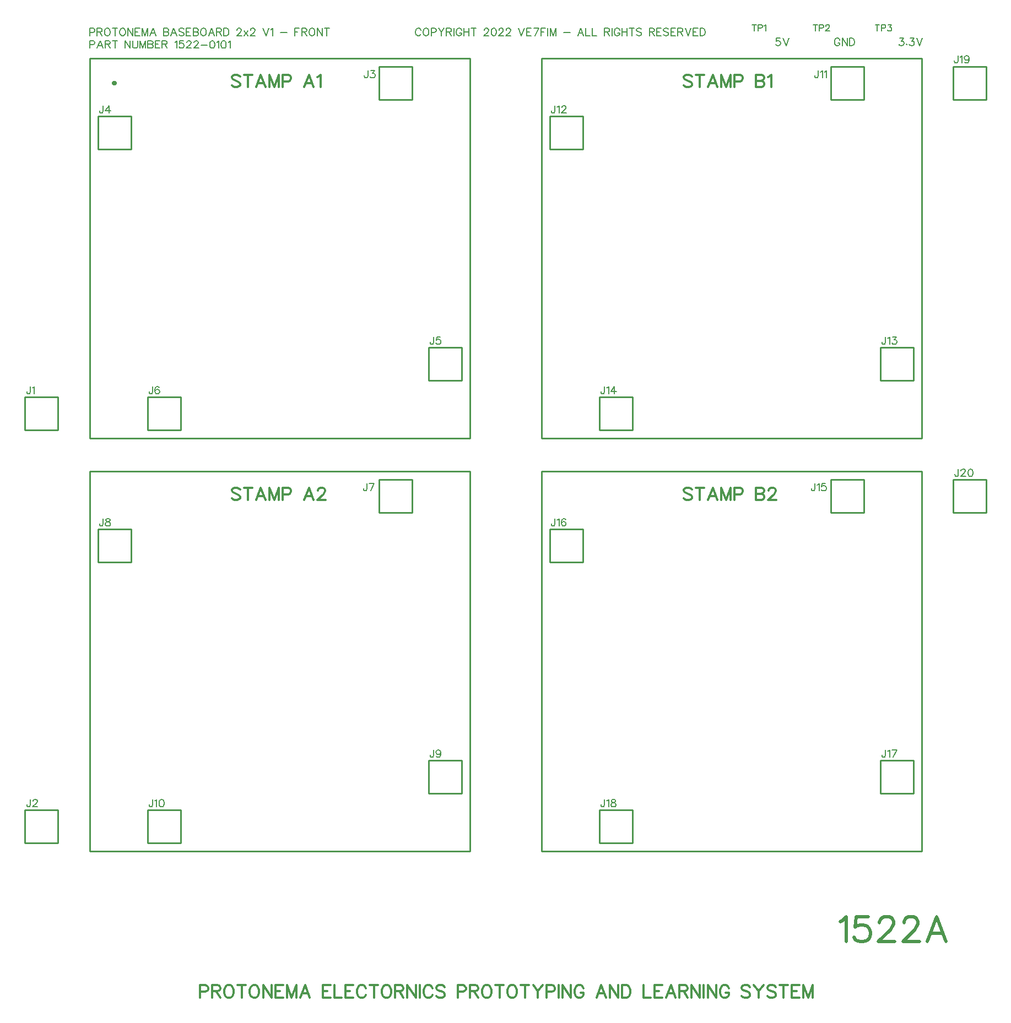
<source format=gto>
G04 Layer: TopSilkscreenLayer*
G04 EasyEDA v6.5.22, 2022-12-22 23:10:47*
G04 4902e46d55d74f8ba2e09136355efd4f,5a6b42c53f6a479593ecc07194224c93,10*
G04 Gerber Generator version 0.2*
G04 Scale: 100 percent, Rotated: No, Reflected: No *
G04 Dimensions in millimeters *
G04 leading zeros omitted , absolute positions ,4 integer and 5 decimal *
%FSLAX45Y45*%
%MOMM*%

%ADD10C,0.3000*%
%ADD11C,0.2032*%
%ADD12C,0.5000*%
%ADD13C,0.1524*%
%ADD14C,0.2030*%
%ADD15C,0.2540*%
%ADD16C,0.6350*%
%ADD17C,0.0167*%

%LPD*%
D10*
X9888727Y7977378D02*
G01*
X9870440Y7995665D01*
X9843261Y8004810D01*
X9806940Y8004810D01*
X9779508Y7995665D01*
X9761474Y7977378D01*
X9761474Y7959344D01*
X9770363Y7941055D01*
X9779508Y7931912D01*
X9797795Y7923021D01*
X9852406Y7904734D01*
X9870440Y7895589D01*
X9879584Y7886445D01*
X9888727Y7868412D01*
X9888727Y7840979D01*
X9870440Y7822945D01*
X9843261Y7813802D01*
X9806940Y7813802D01*
X9779508Y7822945D01*
X9761474Y7840979D01*
X10012425Y8004810D02*
G01*
X10012425Y7813802D01*
X9948672Y8004810D02*
G01*
X10075925Y8004810D01*
X10208768Y8004810D02*
G01*
X10135870Y7813802D01*
X10208768Y8004810D02*
G01*
X10281411Y7813802D01*
X10163302Y7877555D02*
G01*
X10254234Y7877555D01*
X10341356Y8004810D02*
G01*
X10341356Y7813802D01*
X10341356Y8004810D02*
G01*
X10414000Y7813802D01*
X10486897Y8004810D02*
G01*
X10414000Y7813802D01*
X10486897Y8004810D02*
G01*
X10486897Y7813802D01*
X10546841Y8004810D02*
G01*
X10546841Y7813802D01*
X10546841Y8004810D02*
G01*
X10628629Y8004810D01*
X10656061Y7995665D01*
X10664952Y7986521D01*
X10674095Y7968234D01*
X10674095Y7941055D01*
X10664952Y7923021D01*
X10656061Y7913878D01*
X10628629Y7904734D01*
X10546841Y7904734D01*
X10946891Y8004810D02*
G01*
X10874247Y7813802D01*
X10946891Y8004810D02*
G01*
X11019536Y7813802D01*
X10901425Y7877555D02*
G01*
X10992358Y7877555D01*
X11088624Y7959344D02*
G01*
X11088624Y7968234D01*
X11097768Y7986521D01*
X11106911Y7995665D01*
X11124945Y8004810D01*
X11161522Y8004810D01*
X11179556Y7995665D01*
X11188700Y7986521D01*
X11197843Y7968234D01*
X11197843Y7950200D01*
X11188700Y7931912D01*
X11170411Y7904734D01*
X11079479Y7813802D01*
X11206734Y7813802D01*
X16832834Y7977378D02*
G01*
X16814545Y7995665D01*
X16787368Y8004810D01*
X16751045Y8004810D01*
X16723613Y7995665D01*
X16705579Y7977378D01*
X16705579Y7959344D01*
X16714470Y7941055D01*
X16723613Y7931912D01*
X16741902Y7923021D01*
X16796511Y7904734D01*
X16814545Y7895589D01*
X16823690Y7886445D01*
X16832834Y7868412D01*
X16832834Y7840979D01*
X16814545Y7822945D01*
X16787368Y7813802D01*
X16751045Y7813802D01*
X16723613Y7822945D01*
X16705579Y7840979D01*
X16956531Y8004810D02*
G01*
X16956531Y7813802D01*
X16892777Y8004810D02*
G01*
X17020031Y8004810D01*
X17152874Y8004810D02*
G01*
X17079975Y7813802D01*
X17152874Y8004810D02*
G01*
X17225518Y7813802D01*
X17107408Y7877555D02*
G01*
X17198340Y7877555D01*
X17285461Y8004810D02*
G01*
X17285461Y7813802D01*
X17285461Y8004810D02*
G01*
X17358106Y7813802D01*
X17431004Y8004810D02*
G01*
X17358106Y7813802D01*
X17431004Y8004810D02*
G01*
X17431004Y7813802D01*
X17490948Y8004810D02*
G01*
X17490948Y7813802D01*
X17490948Y8004810D02*
G01*
X17572736Y8004810D01*
X17600168Y7995665D01*
X17609058Y7986521D01*
X17618202Y7968234D01*
X17618202Y7941055D01*
X17609058Y7923021D01*
X17600168Y7913878D01*
X17572736Y7904734D01*
X17490948Y7904734D01*
X17818354Y8004810D02*
G01*
X17818354Y7813802D01*
X17818354Y8004810D02*
G01*
X17900141Y8004810D01*
X17927320Y7995665D01*
X17936463Y7986521D01*
X17945608Y7968234D01*
X17945608Y7950200D01*
X17936463Y7931912D01*
X17927320Y7923021D01*
X17900141Y7913878D01*
X17818354Y7913878D02*
G01*
X17900141Y7913878D01*
X17927320Y7904734D01*
X17936463Y7895589D01*
X17945608Y7877555D01*
X17945608Y7850123D01*
X17936463Y7832089D01*
X17927320Y7822945D01*
X17900141Y7813802D01*
X17818354Y7813802D01*
X18014695Y7959344D02*
G01*
X18014695Y7968234D01*
X18023586Y7986521D01*
X18032729Y7995665D01*
X18051018Y8004810D01*
X18087340Y8004810D01*
X18105627Y7995665D01*
X18114518Y7986521D01*
X18123661Y7968234D01*
X18123661Y7950200D01*
X18114518Y7931912D01*
X18096484Y7904734D01*
X18005552Y7813802D01*
X18132806Y7813802D01*
X9271000Y354329D02*
G01*
X9271000Y163321D01*
X9271000Y354329D02*
G01*
X9352788Y354329D01*
X9379965Y345186D01*
X9389109Y336042D01*
X9398254Y317754D01*
X9398254Y290576D01*
X9389109Y272287D01*
X9379965Y263397D01*
X9352788Y254254D01*
X9271000Y254254D01*
X9458197Y354329D02*
G01*
X9458197Y163321D01*
X9458197Y354329D02*
G01*
X9539986Y354329D01*
X9567418Y345186D01*
X9576561Y336042D01*
X9585452Y317754D01*
X9585452Y299720D01*
X9576561Y281431D01*
X9567418Y272287D01*
X9539986Y263397D01*
X9458197Y263397D01*
X9521952Y263397D02*
G01*
X9585452Y163321D01*
X9700006Y354329D02*
G01*
X9681972Y345186D01*
X9663684Y326897D01*
X9654540Y308863D01*
X9645650Y281431D01*
X9645650Y235965D01*
X9654540Y208787D01*
X9663684Y190500D01*
X9681972Y172465D01*
X9700006Y163321D01*
X9736327Y163321D01*
X9754615Y172465D01*
X9772904Y190500D01*
X9781793Y208787D01*
X9790938Y235965D01*
X9790938Y281431D01*
X9781793Y308863D01*
X9772904Y326897D01*
X9754615Y345186D01*
X9736327Y354329D01*
X9700006Y354329D01*
X9914636Y354329D02*
G01*
X9914636Y163321D01*
X9850881Y354329D02*
G01*
X9978390Y354329D01*
X10092690Y354329D02*
G01*
X10074656Y345186D01*
X10056368Y326897D01*
X10047477Y308863D01*
X10038334Y281431D01*
X10038334Y235965D01*
X10047477Y208787D01*
X10056368Y190500D01*
X10074656Y172465D01*
X10092690Y163321D01*
X10129265Y163321D01*
X10147300Y172465D01*
X10165588Y190500D01*
X10174731Y208787D01*
X10183622Y235965D01*
X10183622Y281431D01*
X10174731Y308863D01*
X10165588Y326897D01*
X10147300Y345186D01*
X10129265Y354329D01*
X10092690Y354329D01*
X10243820Y354329D02*
G01*
X10243820Y163321D01*
X10243820Y354329D02*
G01*
X10371074Y163321D01*
X10371074Y354329D02*
G01*
X10371074Y163321D01*
X10431018Y354329D02*
G01*
X10431018Y163321D01*
X10431018Y354329D02*
G01*
X10549127Y354329D01*
X10431018Y263397D02*
G01*
X10503661Y263397D01*
X10431018Y163321D02*
G01*
X10549127Y163321D01*
X10609072Y354329D02*
G01*
X10609072Y163321D01*
X10609072Y354329D02*
G01*
X10681970Y163321D01*
X10754613Y354329D02*
G01*
X10681970Y163321D01*
X10754613Y354329D02*
G01*
X10754613Y163321D01*
X10887456Y354329D02*
G01*
X10814558Y163321D01*
X10887456Y354329D02*
G01*
X10960100Y163321D01*
X10841990Y226821D02*
G01*
X10932922Y226821D01*
X11159997Y354329D02*
G01*
X11159997Y163321D01*
X11159997Y354329D02*
G01*
X11278361Y354329D01*
X11159997Y263397D02*
G01*
X11232895Y263397D01*
X11159997Y163321D02*
G01*
X11278361Y163321D01*
X11338306Y354329D02*
G01*
X11338306Y163321D01*
X11338306Y163321D02*
G01*
X11447272Y163321D01*
X11507470Y354329D02*
G01*
X11507470Y163321D01*
X11507470Y354329D02*
G01*
X11625579Y354329D01*
X11507470Y263397D02*
G01*
X11580113Y263397D01*
X11507470Y163321D02*
G01*
X11625579Y163321D01*
X11821922Y308863D02*
G01*
X11812777Y326897D01*
X11794743Y345186D01*
X11776456Y354329D01*
X11740134Y354329D01*
X11721845Y345186D01*
X11703811Y326897D01*
X11694668Y308863D01*
X11685524Y281431D01*
X11685524Y235965D01*
X11694668Y208787D01*
X11703811Y190500D01*
X11721845Y172465D01*
X11740134Y163321D01*
X11776456Y163321D01*
X11794743Y172465D01*
X11812777Y190500D01*
X11821922Y208787D01*
X11945620Y354329D02*
G01*
X11945620Y163321D01*
X11881865Y354329D02*
G01*
X12009120Y354329D01*
X12123674Y354329D02*
G01*
X12105640Y345186D01*
X12087352Y326897D01*
X12078208Y308863D01*
X12069063Y281431D01*
X12069063Y235965D01*
X12078208Y208787D01*
X12087352Y190500D01*
X12105640Y172465D01*
X12123674Y163321D01*
X12159995Y163321D01*
X12178284Y172465D01*
X12196572Y190500D01*
X12205461Y208787D01*
X12214606Y235965D01*
X12214606Y281431D01*
X12205461Y308863D01*
X12196572Y326897D01*
X12178284Y345186D01*
X12159995Y354329D01*
X12123674Y354329D01*
X12274550Y354329D02*
G01*
X12274550Y163321D01*
X12274550Y354329D02*
G01*
X12356338Y354329D01*
X12383770Y345186D01*
X12392913Y336042D01*
X12401804Y317754D01*
X12401804Y299720D01*
X12392913Y281431D01*
X12383770Y272287D01*
X12356338Y263397D01*
X12274550Y263397D01*
X12338304Y263397D02*
G01*
X12401804Y163321D01*
X12462002Y354329D02*
G01*
X12462002Y163321D01*
X12462002Y354329D02*
G01*
X12589256Y163321D01*
X12589256Y354329D02*
G01*
X12589256Y163321D01*
X12649200Y354329D02*
G01*
X12649200Y163321D01*
X12845541Y308863D02*
G01*
X12836397Y326897D01*
X12818363Y345186D01*
X12800075Y354329D01*
X12763754Y354329D01*
X12745465Y345186D01*
X12727431Y326897D01*
X12718288Y308863D01*
X12709143Y281431D01*
X12709143Y235965D01*
X12718288Y208787D01*
X12727431Y190500D01*
X12745465Y172465D01*
X12763754Y163321D01*
X12800075Y163321D01*
X12818363Y172465D01*
X12836397Y190500D01*
X12845541Y208787D01*
X13032740Y326897D02*
G01*
X13014706Y345186D01*
X12987274Y354329D01*
X12950952Y354329D01*
X12923774Y345186D01*
X12905486Y326897D01*
X12905486Y308863D01*
X12914629Y290576D01*
X12923774Y281431D01*
X12941808Y272287D01*
X12996418Y254254D01*
X13014706Y245110D01*
X13023595Y235965D01*
X13032740Y217931D01*
X13032740Y190500D01*
X13014706Y172465D01*
X12987274Y163321D01*
X12950952Y163321D01*
X12923774Y172465D01*
X12905486Y190500D01*
X13232891Y354329D02*
G01*
X13232891Y163321D01*
X13232891Y354329D02*
G01*
X13314679Y354329D01*
X13341858Y345186D01*
X13351002Y336042D01*
X13360145Y317754D01*
X13360145Y290576D01*
X13351002Y272287D01*
X13341858Y263397D01*
X13314679Y254254D01*
X13232891Y254254D01*
X13420090Y354329D02*
G01*
X13420090Y163321D01*
X13420090Y354329D02*
G01*
X13501877Y354329D01*
X13529056Y345186D01*
X13538200Y336042D01*
X13547343Y317754D01*
X13547343Y299720D01*
X13538200Y281431D01*
X13529056Y272287D01*
X13501877Y263397D01*
X13420090Y263397D01*
X13483843Y263397D02*
G01*
X13547343Y163321D01*
X13661897Y354329D02*
G01*
X13643609Y345186D01*
X13625575Y326897D01*
X13616431Y308863D01*
X13607288Y281431D01*
X13607288Y235965D01*
X13616431Y208787D01*
X13625575Y190500D01*
X13643609Y172465D01*
X13661897Y163321D01*
X13698220Y163321D01*
X13716508Y172465D01*
X13734541Y190500D01*
X13743686Y208787D01*
X13752829Y235965D01*
X13752829Y281431D01*
X13743686Y308863D01*
X13734541Y326897D01*
X13716508Y345186D01*
X13698220Y354329D01*
X13661897Y354329D01*
X13876527Y354329D02*
G01*
X13876527Y163321D01*
X13812774Y354329D02*
G01*
X13940027Y354329D01*
X14054581Y354329D02*
G01*
X14036547Y345186D01*
X14018259Y326897D01*
X14009116Y308863D01*
X13999972Y281431D01*
X13999972Y235965D01*
X14009116Y208787D01*
X14018259Y190500D01*
X14036547Y172465D01*
X14054581Y163321D01*
X14090904Y163321D01*
X14109191Y172465D01*
X14127479Y190500D01*
X14136370Y208787D01*
X14145513Y235965D01*
X14145513Y281431D01*
X14136370Y308863D01*
X14127479Y326897D01*
X14109191Y345186D01*
X14090904Y354329D01*
X14054581Y354329D01*
X14269211Y354329D02*
G01*
X14269211Y163321D01*
X14205458Y354329D02*
G01*
X14332711Y354329D01*
X14392909Y354329D02*
G01*
X14465554Y263397D01*
X14465554Y163321D01*
X14538197Y354329D02*
G01*
X14465554Y263397D01*
X14598141Y354329D02*
G01*
X14598141Y163321D01*
X14598141Y354329D02*
G01*
X14680184Y354329D01*
X14707361Y345186D01*
X14716506Y336042D01*
X14725650Y317754D01*
X14725650Y290576D01*
X14716506Y272287D01*
X14707361Y263397D01*
X14680184Y254254D01*
X14598141Y254254D01*
X14785593Y354329D02*
G01*
X14785593Y163321D01*
X14845538Y354329D02*
G01*
X14845538Y163321D01*
X14845538Y354329D02*
G01*
X14972791Y163321D01*
X14972791Y354329D02*
G01*
X14972791Y163321D01*
X15169134Y308863D02*
G01*
X15159990Y326897D01*
X15141956Y345186D01*
X15123668Y354329D01*
X15087345Y354329D01*
X15069058Y345186D01*
X15051024Y326897D01*
X15041879Y308863D01*
X15032736Y281431D01*
X15032736Y235965D01*
X15041879Y208787D01*
X15051024Y190500D01*
X15069058Y172465D01*
X15087345Y163321D01*
X15123668Y163321D01*
X15141956Y172465D01*
X15159990Y190500D01*
X15169134Y208787D01*
X15169134Y235965D01*
X15123668Y235965D02*
G01*
X15169134Y235965D01*
X15441929Y354329D02*
G01*
X15369286Y163321D01*
X15441929Y354329D02*
G01*
X15514574Y163321D01*
X15396463Y226821D02*
G01*
X15487395Y226821D01*
X15574518Y354329D02*
G01*
X15574518Y163321D01*
X15574518Y354329D02*
G01*
X15701772Y163321D01*
X15701772Y354329D02*
G01*
X15701772Y163321D01*
X15761970Y354329D02*
G01*
X15761970Y163321D01*
X15761970Y354329D02*
G01*
X15825470Y354329D01*
X15852902Y345186D01*
X15870936Y326897D01*
X15880079Y308863D01*
X15889224Y281431D01*
X15889224Y235965D01*
X15880079Y208787D01*
X15870936Y190500D01*
X15852902Y172465D01*
X15825470Y163321D01*
X15761970Y163321D01*
X16089122Y354329D02*
G01*
X16089122Y163321D01*
X16089122Y163321D02*
G01*
X16198341Y163321D01*
X16258286Y354329D02*
G01*
X16258286Y163321D01*
X16258286Y354329D02*
G01*
X16376395Y354329D01*
X16258286Y263397D02*
G01*
X16330929Y263397D01*
X16258286Y163321D02*
G01*
X16376395Y163321D01*
X16509238Y354329D02*
G01*
X16436340Y163321D01*
X16509238Y354329D02*
G01*
X16581881Y163321D01*
X16463772Y226821D02*
G01*
X16554704Y226821D01*
X16641825Y354329D02*
G01*
X16641825Y163321D01*
X16641825Y354329D02*
G01*
X16723613Y354329D01*
X16751045Y345186D01*
X16760190Y336042D01*
X16769079Y317754D01*
X16769079Y299720D01*
X16760190Y281431D01*
X16751045Y272287D01*
X16723613Y263397D01*
X16641825Y263397D01*
X16705579Y263397D02*
G01*
X16769079Y163321D01*
X16829277Y354329D02*
G01*
X16829277Y163321D01*
X16829277Y354329D02*
G01*
X16956531Y163321D01*
X16956531Y354329D02*
G01*
X16956531Y163321D01*
X17016475Y354329D02*
G01*
X17016475Y163321D01*
X17076420Y354329D02*
G01*
X17076420Y163321D01*
X17076420Y354329D02*
G01*
X17203674Y163321D01*
X17203674Y354329D02*
G01*
X17203674Y163321D01*
X17400016Y308863D02*
G01*
X17390872Y326897D01*
X17372838Y345186D01*
X17354550Y354329D01*
X17318227Y354329D01*
X17300193Y345186D01*
X17281906Y326897D01*
X17272761Y308863D01*
X17263618Y281431D01*
X17263618Y235965D01*
X17272761Y208787D01*
X17281906Y190500D01*
X17300193Y172465D01*
X17318227Y163321D01*
X17354550Y163321D01*
X17372838Y172465D01*
X17390872Y190500D01*
X17400016Y208787D01*
X17400016Y235965D01*
X17354550Y235965D02*
G01*
X17400016Y235965D01*
X17727422Y326897D02*
G01*
X17709134Y345186D01*
X17681956Y354329D01*
X17645634Y354329D01*
X17618202Y345186D01*
X17600168Y326897D01*
X17600168Y308863D01*
X17609058Y290576D01*
X17618202Y281431D01*
X17636490Y272287D01*
X17691100Y254254D01*
X17709134Y245110D01*
X17718277Y235965D01*
X17727422Y217931D01*
X17727422Y190500D01*
X17709134Y172465D01*
X17681956Y163321D01*
X17645634Y163321D01*
X17618202Y172465D01*
X17600168Y190500D01*
X17787366Y354329D02*
G01*
X17860009Y263397D01*
X17860009Y163321D01*
X17932908Y354329D02*
G01*
X17860009Y263397D01*
X18120106Y326897D02*
G01*
X18101818Y345186D01*
X18074640Y354329D01*
X18038318Y354329D01*
X18010886Y345186D01*
X17992852Y326897D01*
X17992852Y308863D01*
X18001995Y290576D01*
X18010886Y281431D01*
X18029174Y272287D01*
X18083784Y254254D01*
X18101818Y245110D01*
X18110961Y235965D01*
X18120106Y217931D01*
X18120106Y190500D01*
X18101818Y172465D01*
X18074640Y163321D01*
X18038318Y163321D01*
X18010886Y172465D01*
X17992852Y190500D01*
X18243804Y354329D02*
G01*
X18243804Y163321D01*
X18180050Y354329D02*
G01*
X18307304Y354329D01*
X18367248Y354329D02*
G01*
X18367248Y163321D01*
X18367248Y354329D02*
G01*
X18485611Y354329D01*
X18367248Y263397D02*
G01*
X18440145Y263397D01*
X18367248Y163321D02*
G01*
X18485611Y163321D01*
X18545556Y354329D02*
G01*
X18545556Y163321D01*
X18545556Y354329D02*
G01*
X18618200Y163321D01*
X18691098Y354329D02*
G01*
X18618200Y163321D01*
X18691098Y354329D02*
G01*
X18691098Y163321D01*
D11*
X7783829Y13880337D02*
G01*
X7783829Y13792962D01*
X7778495Y13776705D01*
X7772908Y13771118D01*
X7762240Y13765784D01*
X7751318Y13765784D01*
X7740395Y13771118D01*
X7734808Y13776705D01*
X7729474Y13792962D01*
X7729474Y13803884D01*
X7874508Y13880337D02*
G01*
X7819897Y13803884D01*
X7901686Y13803884D01*
X7874508Y13880337D02*
G01*
X7874508Y13765784D01*
X8545829Y9562337D02*
G01*
X8545829Y9474962D01*
X8540495Y9458705D01*
X8534908Y9453118D01*
X8524240Y9447784D01*
X8513318Y9447784D01*
X8502395Y9453118D01*
X8496808Y9458705D01*
X8491474Y9474962D01*
X8491474Y9485884D01*
X8647429Y9545828D02*
G01*
X8641841Y9556750D01*
X8625586Y9562337D01*
X8614663Y9562337D01*
X8598408Y9556750D01*
X8587486Y9540494D01*
X8581897Y9513315D01*
X8581897Y9485884D01*
X8587486Y9464039D01*
X8598408Y9453118D01*
X8614663Y9447784D01*
X8619997Y9447784D01*
X8636508Y9453118D01*
X8647429Y9464039D01*
X8652763Y9480550D01*
X8652763Y9485884D01*
X8647429Y9502394D01*
X8636508Y9513315D01*
X8619997Y9518650D01*
X8614663Y9518650D01*
X8598408Y9513315D01*
X8587486Y9502394D01*
X8581897Y9485884D01*
X11840209Y8071358D02*
G01*
X11840209Y7983981D01*
X11834622Y7967726D01*
X11829288Y7962137D01*
X11818365Y7956804D01*
X11807443Y7956804D01*
X11796522Y7962137D01*
X11790934Y7967726D01*
X11785600Y7983981D01*
X11785600Y7994904D01*
X11952477Y8071358D02*
G01*
X11897868Y7956804D01*
X11876024Y8071358D02*
G01*
X11952477Y8071358D01*
X7783829Y7530337D02*
G01*
X7783829Y7442962D01*
X7778495Y7426705D01*
X7772908Y7421118D01*
X7762240Y7415784D01*
X7751318Y7415784D01*
X7740395Y7421118D01*
X7734808Y7426705D01*
X7729474Y7442962D01*
X7729474Y7453884D01*
X7847329Y7530337D02*
G01*
X7830820Y7524750D01*
X7825486Y7513828D01*
X7825486Y7502905D01*
X7830820Y7492237D01*
X7841741Y7486650D01*
X7863586Y7481315D01*
X7879841Y7475728D01*
X7890763Y7464805D01*
X7896352Y7453884D01*
X7896352Y7437628D01*
X7890763Y7426705D01*
X7885429Y7421118D01*
X7868920Y7415784D01*
X7847329Y7415784D01*
X7830820Y7421118D01*
X7825486Y7426705D01*
X7819897Y7437628D01*
X7819897Y7453884D01*
X7825486Y7464805D01*
X7836408Y7475728D01*
X7852663Y7481315D01*
X7874508Y7486650D01*
X7885429Y7492237D01*
X7890763Y7502905D01*
X7890763Y7513828D01*
X7885429Y7524750D01*
X7868920Y7530337D01*
X7847329Y7530337D01*
X8545829Y3212337D02*
G01*
X8545829Y3124962D01*
X8540495Y3108705D01*
X8534908Y3103118D01*
X8524240Y3097784D01*
X8513318Y3097784D01*
X8502395Y3103118D01*
X8496808Y3108705D01*
X8491474Y3124962D01*
X8491474Y3135884D01*
X8581897Y3190494D02*
G01*
X8592820Y3195828D01*
X8609329Y3212337D01*
X8609329Y3097784D01*
X8677909Y3212337D02*
G01*
X8661654Y3206750D01*
X8650731Y3190494D01*
X8645143Y3163315D01*
X8645143Y3146805D01*
X8650731Y3119628D01*
X8661654Y3103118D01*
X8677909Y3097784D01*
X8688831Y3097784D01*
X8705341Y3103118D01*
X8716009Y3119628D01*
X8721597Y3146805D01*
X8721597Y3163315D01*
X8716009Y3190494D01*
X8705341Y3206750D01*
X8688831Y3212337D01*
X8677909Y3212337D01*
X14727936Y13880337D02*
G01*
X14727936Y13792962D01*
X14722602Y13776705D01*
X14717013Y13771118D01*
X14706345Y13765784D01*
X14695424Y13765784D01*
X14684502Y13771118D01*
X14678913Y13776705D01*
X14673579Y13792962D01*
X14673579Y13803884D01*
X14764004Y13858494D02*
G01*
X14774925Y13863828D01*
X14791436Y13880337D01*
X14791436Y13765784D01*
X14832838Y13852905D02*
G01*
X14832838Y13858494D01*
X14838172Y13869416D01*
X14843759Y13874750D01*
X14854681Y13880337D01*
X14876525Y13880337D01*
X14887447Y13874750D01*
X14892781Y13869416D01*
X14898116Y13858494D01*
X14898116Y13847571D01*
X14892781Y13836650D01*
X14881859Y13820394D01*
X14827250Y13765784D01*
X14903704Y13765784D01*
X15489936Y9562337D02*
G01*
X15489936Y9474962D01*
X15484602Y9458705D01*
X15479013Y9453118D01*
X15468345Y9447784D01*
X15457424Y9447784D01*
X15446502Y9453118D01*
X15440913Y9458705D01*
X15435579Y9474962D01*
X15435579Y9485884D01*
X15526004Y9540494D02*
G01*
X15536925Y9545828D01*
X15553436Y9562337D01*
X15553436Y9447784D01*
X15643859Y9562337D02*
G01*
X15589250Y9485884D01*
X15671038Y9485884D01*
X15643859Y9562337D02*
G01*
X15643859Y9447784D01*
X18723584Y8071358D02*
G01*
X18723584Y7983981D01*
X18717996Y7967726D01*
X18712662Y7962137D01*
X18701740Y7956804D01*
X18690818Y7956804D01*
X18679896Y7962137D01*
X18674562Y7967726D01*
X18668974Y7983981D01*
X18668974Y7994904D01*
X18759652Y8049513D02*
G01*
X18770574Y8054847D01*
X18786830Y8071358D01*
X18786830Y7956804D01*
X18888176Y8071358D02*
G01*
X18833820Y8071358D01*
X18828232Y8022081D01*
X18833820Y8027670D01*
X18850076Y8033004D01*
X18866332Y8033004D01*
X18882842Y8027670D01*
X18893764Y8016747D01*
X18899098Y8000492D01*
X18899098Y7989570D01*
X18893764Y7973060D01*
X18882842Y7962137D01*
X18866332Y7956804D01*
X18850076Y7956804D01*
X18833820Y7962137D01*
X18828232Y7967726D01*
X18822898Y7978647D01*
X14727936Y7530337D02*
G01*
X14727936Y7442962D01*
X14722602Y7426705D01*
X14717013Y7421118D01*
X14706345Y7415784D01*
X14695424Y7415784D01*
X14684502Y7421118D01*
X14678913Y7426705D01*
X14673579Y7442962D01*
X14673579Y7453884D01*
X14764004Y7508494D02*
G01*
X14774925Y7513828D01*
X14791436Y7530337D01*
X14791436Y7415784D01*
X14892781Y7513828D02*
G01*
X14887447Y7524750D01*
X14870938Y7530337D01*
X14860016Y7530337D01*
X14843759Y7524750D01*
X14832838Y7508494D01*
X14827250Y7481315D01*
X14827250Y7453884D01*
X14832838Y7432039D01*
X14843759Y7421118D01*
X14860016Y7415784D01*
X14865604Y7415784D01*
X14881859Y7421118D01*
X14892781Y7432039D01*
X14898116Y7448550D01*
X14898116Y7453884D01*
X14892781Y7470394D01*
X14881859Y7481315D01*
X14865604Y7486650D01*
X14860016Y7486650D01*
X14843759Y7481315D01*
X14832838Y7470394D01*
X14827250Y7453884D01*
X15489936Y3212337D02*
G01*
X15489936Y3124962D01*
X15484602Y3108705D01*
X15479013Y3103118D01*
X15468345Y3097784D01*
X15457424Y3097784D01*
X15446502Y3103118D01*
X15440913Y3108705D01*
X15435579Y3124962D01*
X15435579Y3135884D01*
X15526004Y3190494D02*
G01*
X15536925Y3195828D01*
X15553436Y3212337D01*
X15553436Y3097784D01*
X15616681Y3212337D02*
G01*
X15600172Y3206750D01*
X15594838Y3195828D01*
X15594838Y3184905D01*
X15600172Y3174237D01*
X15611093Y3168650D01*
X15632938Y3163315D01*
X15649447Y3157728D01*
X15660116Y3146805D01*
X15665704Y3135884D01*
X15665704Y3119628D01*
X15660116Y3108705D01*
X15654781Y3103118D01*
X15638525Y3097784D01*
X15616681Y3097784D01*
X15600172Y3103118D01*
X15594838Y3108705D01*
X15589250Y3119628D01*
X15589250Y3135884D01*
X15594838Y3146805D01*
X15605759Y3157728D01*
X15622016Y3163315D01*
X15643859Y3168650D01*
X15654781Y3174237D01*
X15660116Y3184905D01*
X15660116Y3195828D01*
X15654781Y3206750D01*
X15638525Y3212337D01*
X15616681Y3212337D01*
X6666229Y9562337D02*
G01*
X6666229Y9474962D01*
X6660895Y9458705D01*
X6655308Y9453118D01*
X6644640Y9447784D01*
X6633718Y9447784D01*
X6622795Y9453118D01*
X6617208Y9458705D01*
X6611874Y9474962D01*
X6611874Y9485884D01*
X6702297Y9540494D02*
G01*
X6713220Y9545828D01*
X6729729Y9562337D01*
X6729729Y9447784D01*
X6666229Y3212337D02*
G01*
X6666229Y3124962D01*
X6660895Y3108705D01*
X6655308Y3103118D01*
X6644640Y3097784D01*
X6633718Y3097784D01*
X6622795Y3103118D01*
X6617208Y3108705D01*
X6611874Y3124962D01*
X6611874Y3135884D01*
X6707886Y3184905D02*
G01*
X6707886Y3190494D01*
X6713220Y3201415D01*
X6718808Y3206750D01*
X6729729Y3212337D01*
X6751320Y3212337D01*
X6762241Y3206750D01*
X6767829Y3201415D01*
X6773163Y3190494D01*
X6773163Y3179571D01*
X6767829Y3168650D01*
X6756908Y3152394D01*
X6702297Y3097784D01*
X6778752Y3097784D01*
X20928329Y8292337D02*
G01*
X20928329Y8204962D01*
X20922995Y8188705D01*
X20917408Y8183118D01*
X20906740Y8177784D01*
X20895818Y8177784D01*
X20884895Y8183118D01*
X20879308Y8188705D01*
X20873974Y8204962D01*
X20873974Y8215884D01*
X20969986Y8264905D02*
G01*
X20969986Y8270494D01*
X20975320Y8281415D01*
X20980908Y8286750D01*
X20991829Y8292337D01*
X21013420Y8292337D01*
X21024341Y8286750D01*
X21029929Y8281415D01*
X21035263Y8270494D01*
X21035263Y8259571D01*
X21029929Y8248650D01*
X21019008Y8232394D01*
X20964398Y8177784D01*
X21040852Y8177784D01*
X21109431Y8292337D02*
G01*
X21093175Y8286750D01*
X21082254Y8270494D01*
X21076920Y8243315D01*
X21076920Y8226805D01*
X21082254Y8199628D01*
X21093175Y8183118D01*
X21109431Y8177784D01*
X21120354Y8177784D01*
X21136863Y8183118D01*
X21147786Y8199628D01*
X21153120Y8226805D01*
X21153120Y8243315D01*
X21147786Y8270494D01*
X21136863Y8286750D01*
X21120354Y8292337D01*
X21109431Y8292337D01*
X12863829Y3974337D02*
G01*
X12863829Y3886962D01*
X12858495Y3870705D01*
X12852908Y3865118D01*
X12842240Y3859784D01*
X12831318Y3859784D01*
X12820395Y3865118D01*
X12814808Y3870705D01*
X12809474Y3886962D01*
X12809474Y3897884D01*
X12970763Y3936237D02*
G01*
X12965429Y3919728D01*
X12954508Y3908805D01*
X12937997Y3903471D01*
X12932663Y3903471D01*
X12916408Y3908805D01*
X12905486Y3919728D01*
X12899897Y3936237D01*
X12899897Y3941571D01*
X12905486Y3957828D01*
X12916408Y3968750D01*
X12932663Y3974337D01*
X12937997Y3974337D01*
X12954508Y3968750D01*
X12965429Y3957828D01*
X12970763Y3936237D01*
X12970763Y3908805D01*
X12965429Y3881628D01*
X12954508Y3865118D01*
X12937997Y3859784D01*
X12927329Y3859784D01*
X12910820Y3865118D01*
X12905486Y3876039D01*
X19807936Y3974337D02*
G01*
X19807936Y3886962D01*
X19802602Y3870705D01*
X19797013Y3865118D01*
X19786345Y3859784D01*
X19775424Y3859784D01*
X19764502Y3865118D01*
X19758913Y3870705D01*
X19753579Y3886962D01*
X19753579Y3897884D01*
X19844004Y3952494D02*
G01*
X19854925Y3957828D01*
X19871436Y3974337D01*
X19871436Y3859784D01*
X19983704Y3974337D02*
G01*
X19929093Y3859784D01*
X19907250Y3974337D02*
G01*
X19983704Y3974337D01*
X19807936Y10324337D02*
G01*
X19807936Y10236962D01*
X19802602Y10220705D01*
X19797013Y10215118D01*
X19786345Y10209784D01*
X19775424Y10209784D01*
X19764502Y10215118D01*
X19758913Y10220705D01*
X19753579Y10236962D01*
X19753579Y10247884D01*
X19844004Y10302494D02*
G01*
X19854925Y10307828D01*
X19871436Y10324337D01*
X19871436Y10209784D01*
X19918172Y10324337D02*
G01*
X19978116Y10324337D01*
X19945604Y10280650D01*
X19961859Y10280650D01*
X19972781Y10275315D01*
X19978116Y10269728D01*
X19983704Y10253471D01*
X19983704Y10242550D01*
X19978116Y10226039D01*
X19967448Y10215118D01*
X19950938Y10209784D01*
X19934681Y10209784D01*
X19918172Y10215118D01*
X19912838Y10220705D01*
X19907250Y10231628D01*
X12863829Y10324337D02*
G01*
X12863829Y10236962D01*
X12858495Y10220705D01*
X12852908Y10215118D01*
X12842240Y10209784D01*
X12831318Y10209784D01*
X12820395Y10215118D01*
X12814808Y10220705D01*
X12809474Y10236962D01*
X12809474Y10247884D01*
X12965429Y10324337D02*
G01*
X12910820Y10324337D01*
X12905486Y10275315D01*
X12910820Y10280650D01*
X12927329Y10286237D01*
X12943586Y10286237D01*
X12959841Y10280650D01*
X12970763Y10269728D01*
X12976352Y10253471D01*
X12976352Y10242550D01*
X12970763Y10226039D01*
X12959841Y10215118D01*
X12943586Y10209784D01*
X12927329Y10209784D01*
X12910820Y10215118D01*
X12905486Y10220705D01*
X12899897Y10231628D01*
D12*
X19113500Y1334262D02*
G01*
X19149822Y1352295D01*
X19204431Y1406905D01*
X19204431Y1025144D01*
X19542506Y1406905D02*
G01*
X19360895Y1406905D01*
X19342608Y1243329D01*
X19360895Y1261363D01*
X19415252Y1279652D01*
X19469861Y1279652D01*
X19524472Y1261363D01*
X19560793Y1225042D01*
X19578827Y1170686D01*
X19578827Y1134110D01*
X19560793Y1079754D01*
X19524472Y1043178D01*
X19469861Y1025144D01*
X19415252Y1025144D01*
X19360895Y1043178D01*
X19342608Y1061465D01*
X19324320Y1097787D01*
X19717258Y1315973D02*
G01*
X19717258Y1334262D01*
X19735291Y1370584D01*
X19753579Y1388871D01*
X19789902Y1406905D01*
X19862545Y1406905D01*
X19898868Y1388871D01*
X19917156Y1370584D01*
X19935190Y1334262D01*
X19935190Y1297939D01*
X19917156Y1261363D01*
X19880834Y1207007D01*
X19698970Y1025144D01*
X19953477Y1025144D01*
X20091654Y1315973D02*
G01*
X20091654Y1334262D01*
X20109941Y1370584D01*
X20127975Y1388871D01*
X20164298Y1406905D01*
X20237195Y1406905D01*
X20273518Y1388871D01*
X20291806Y1370584D01*
X20309840Y1334262D01*
X20309840Y1297939D01*
X20291806Y1261363D01*
X20255229Y1207007D01*
X20073620Y1025144D01*
X20328127Y1025144D01*
X20593558Y1406905D02*
G01*
X20448016Y1025144D01*
X20593558Y1406905D02*
G01*
X20738845Y1025144D01*
X20502625Y1152397D02*
G01*
X20684490Y1152397D01*
D13*
X20026137Y14916657D02*
G01*
X20086081Y14916657D01*
X20053315Y14872970D01*
X20069825Y14872970D01*
X20080747Y14867381D01*
X20086081Y14862047D01*
X20091669Y14845792D01*
X20091669Y14834870D01*
X20086081Y14818360D01*
X20075159Y14807437D01*
X20058903Y14802104D01*
X20042393Y14802104D01*
X20026137Y14807437D01*
X20020549Y14813026D01*
X20015215Y14823947D01*
X20133071Y14829281D02*
G01*
X20127483Y14823947D01*
X20133071Y14818360D01*
X20138405Y14823947D01*
X20133071Y14829281D01*
X20185395Y14916657D02*
G01*
X20245339Y14916657D01*
X20212573Y14872970D01*
X20229083Y14872970D01*
X20240005Y14867381D01*
X20245339Y14862047D01*
X20250927Y14845792D01*
X20250927Y14834870D01*
X20245339Y14818360D01*
X20234417Y14807437D01*
X20218161Y14802104D01*
X20201651Y14802104D01*
X20185395Y14807437D01*
X20179807Y14813026D01*
X20174473Y14823947D01*
X20286741Y14916657D02*
G01*
X20330429Y14802104D01*
X20374117Y14916657D02*
G01*
X20330429Y14802104D01*
X19683737Y15124937D02*
G01*
X19683737Y15029434D01*
X19651733Y15124937D02*
G01*
X19715487Y15124937D01*
X19745459Y15124937D02*
G01*
X19745459Y15029434D01*
X19745459Y15124937D02*
G01*
X19786353Y15124937D01*
X19800069Y15120366D01*
X19804641Y15115794D01*
X19809213Y15106904D01*
X19809213Y15093187D01*
X19804641Y15084044D01*
X19800069Y15079471D01*
X19786353Y15074900D01*
X19745459Y15074900D01*
X19848329Y15124937D02*
G01*
X19898113Y15124937D01*
X19870935Y15088616D01*
X19884651Y15088616D01*
X19893795Y15084044D01*
X19898113Y15079471D01*
X19902685Y15066010D01*
X19902685Y15056866D01*
X19898113Y15043150D01*
X19889223Y15034005D01*
X19875507Y15029434D01*
X19861791Y15029434D01*
X19848329Y15034005D01*
X19843757Y15038578D01*
X19839185Y15047721D01*
X18731237Y15124937D02*
G01*
X18731237Y15029434D01*
X18699233Y15124937D02*
G01*
X18762987Y15124937D01*
X18792959Y15124937D02*
G01*
X18792959Y15029434D01*
X18792959Y15124937D02*
G01*
X18833853Y15124937D01*
X18847569Y15120366D01*
X18852141Y15115794D01*
X18856713Y15106904D01*
X18856713Y15093187D01*
X18852141Y15084044D01*
X18847569Y15079471D01*
X18833853Y15074900D01*
X18792959Y15074900D01*
X18891257Y15102331D02*
G01*
X18891257Y15106904D01*
X18895829Y15115794D01*
X18900147Y15120366D01*
X18909291Y15124937D01*
X18927579Y15124937D01*
X18936723Y15120366D01*
X18941295Y15115794D01*
X18945613Y15106904D01*
X18945613Y15097760D01*
X18941295Y15088616D01*
X18932151Y15074900D01*
X18886685Y15029434D01*
X18950185Y15029434D01*
X19106522Y14889226D02*
G01*
X19100934Y14900147D01*
X19090012Y14911070D01*
X19079090Y14916657D01*
X19057246Y14916657D01*
X19046324Y14911070D01*
X19035402Y14900147D01*
X19030068Y14889226D01*
X19024480Y14872970D01*
X19024480Y14845792D01*
X19030068Y14829281D01*
X19035402Y14818360D01*
X19046324Y14807437D01*
X19057246Y14802104D01*
X19079090Y14802104D01*
X19090012Y14807437D01*
X19100934Y14818360D01*
X19106522Y14829281D01*
X19106522Y14845792D01*
X19079090Y14845792D02*
G01*
X19106522Y14845792D01*
X19142336Y14916657D02*
G01*
X19142336Y14802104D01*
X19142336Y14916657D02*
G01*
X19218790Y14802104D01*
X19218790Y14916657D02*
G01*
X19218790Y14802104D01*
X19254858Y14916657D02*
G01*
X19254858Y14802104D01*
X19254858Y14916657D02*
G01*
X19292958Y14916657D01*
X19309214Y14911070D01*
X19320136Y14900147D01*
X19325724Y14889226D01*
X19331058Y14872970D01*
X19331058Y14845792D01*
X19325724Y14829281D01*
X19320136Y14818360D01*
X19309214Y14807437D01*
X19292958Y14802104D01*
X19254858Y14802104D01*
X18188431Y14916657D02*
G01*
X18133822Y14916657D01*
X18128234Y14867381D01*
X18133822Y14872970D01*
X18150077Y14878304D01*
X18166588Y14878304D01*
X18182843Y14872970D01*
X18193766Y14862047D01*
X18199354Y14845792D01*
X18199354Y14834870D01*
X18193766Y14818360D01*
X18182843Y14807437D01*
X18166588Y14802104D01*
X18150077Y14802104D01*
X18133822Y14807437D01*
X18128234Y14813026D01*
X18122900Y14823947D01*
X18235168Y14916657D02*
G01*
X18278856Y14802104D01*
X18322543Y14916657D02*
G01*
X18278856Y14802104D01*
X17791302Y15124937D02*
G01*
X17791302Y15029434D01*
X17759552Y15124937D02*
G01*
X17823306Y15124937D01*
X17853279Y15124937D02*
G01*
X17853279Y15029434D01*
X17853279Y15124937D02*
G01*
X17894173Y15124937D01*
X17907634Y15120366D01*
X17912206Y15115794D01*
X17916779Y15106904D01*
X17916779Y15093187D01*
X17912206Y15084044D01*
X17907634Y15079471D01*
X17894173Y15074900D01*
X17853279Y15074900D01*
X17946750Y15106904D02*
G01*
X17955895Y15111476D01*
X17969611Y15124937D01*
X17969611Y15029434D01*
D11*
X20920709Y14649957D02*
G01*
X20920709Y14562581D01*
X20915122Y14546326D01*
X20909788Y14540737D01*
X20898866Y14535404D01*
X20887943Y14535404D01*
X20877022Y14540737D01*
X20871434Y14546326D01*
X20866100Y14562581D01*
X20866100Y14573504D01*
X20956524Y14628113D02*
G01*
X20967445Y14633447D01*
X20983956Y14649957D01*
X20983956Y14535404D01*
X21090890Y14611604D02*
G01*
X21085302Y14595347D01*
X21074379Y14584426D01*
X21058124Y14579092D01*
X21052536Y14579092D01*
X21036279Y14584426D01*
X21025358Y14595347D01*
X21020024Y14611604D01*
X21020024Y14617192D01*
X21025358Y14633447D01*
X21036279Y14644370D01*
X21052536Y14649957D01*
X21058124Y14649957D01*
X21074379Y14644370D01*
X21085302Y14633447D01*
X21090890Y14611604D01*
X21090890Y14584426D01*
X21085302Y14557247D01*
X21074379Y14540737D01*
X21058124Y14535404D01*
X21047202Y14535404D01*
X21030945Y14540737D01*
X21025358Y14551660D01*
X18774409Y14421357D02*
G01*
X18774409Y14333981D01*
X18768822Y14317726D01*
X18763488Y14312137D01*
X18752566Y14306804D01*
X18741643Y14306804D01*
X18730722Y14312137D01*
X18725134Y14317726D01*
X18719800Y14333981D01*
X18719800Y14344904D01*
X18810224Y14399513D02*
G01*
X18821145Y14404847D01*
X18837656Y14421357D01*
X18837656Y14306804D01*
X18873724Y14399513D02*
G01*
X18884645Y14404847D01*
X18900902Y14421357D01*
X18900902Y14306804D01*
X11852909Y14421357D02*
G01*
X11852909Y14333981D01*
X11847322Y14317726D01*
X11841988Y14312137D01*
X11831065Y14306804D01*
X11820143Y14306804D01*
X11809222Y14312137D01*
X11803634Y14317726D01*
X11798300Y14333981D01*
X11798300Y14344904D01*
X11899645Y14421357D02*
G01*
X11959843Y14421357D01*
X11927077Y14377670D01*
X11943334Y14377670D01*
X11954256Y14372081D01*
X11959843Y14366747D01*
X11965177Y14350492D01*
X11965177Y14339570D01*
X11959843Y14323060D01*
X11948922Y14312137D01*
X11932411Y14306804D01*
X11916156Y14306804D01*
X11899645Y14312137D01*
X11894311Y14317726D01*
X11888724Y14328647D01*
D10*
X16832834Y14327378D02*
G01*
X16814545Y14345666D01*
X16787368Y14354810D01*
X16751045Y14354810D01*
X16723613Y14345666D01*
X16705579Y14327378D01*
X16705579Y14309344D01*
X16714470Y14291055D01*
X16723613Y14281912D01*
X16741902Y14273021D01*
X16796511Y14254734D01*
X16814545Y14245589D01*
X16823690Y14236445D01*
X16832834Y14218412D01*
X16832834Y14190979D01*
X16814545Y14172945D01*
X16787368Y14163802D01*
X16751045Y14163802D01*
X16723613Y14172945D01*
X16705579Y14190979D01*
X16956531Y14354810D02*
G01*
X16956531Y14163802D01*
X16892777Y14354810D02*
G01*
X17020031Y14354810D01*
X17152874Y14354810D02*
G01*
X17079975Y14163802D01*
X17152874Y14354810D02*
G01*
X17225518Y14163802D01*
X17107408Y14227555D02*
G01*
X17198340Y14227555D01*
X17285461Y14354810D02*
G01*
X17285461Y14163802D01*
X17285461Y14354810D02*
G01*
X17358106Y14163802D01*
X17431004Y14354810D02*
G01*
X17358106Y14163802D01*
X17431004Y14354810D02*
G01*
X17431004Y14163802D01*
X17490948Y14354810D02*
G01*
X17490948Y14163802D01*
X17490948Y14354810D02*
G01*
X17572736Y14354810D01*
X17600168Y14345666D01*
X17609058Y14336521D01*
X17618202Y14318234D01*
X17618202Y14291055D01*
X17609058Y14273021D01*
X17600168Y14263878D01*
X17572736Y14254734D01*
X17490948Y14254734D01*
X17818354Y14354810D02*
G01*
X17818354Y14163802D01*
X17818354Y14354810D02*
G01*
X17900141Y14354810D01*
X17927320Y14345666D01*
X17936463Y14336521D01*
X17945608Y14318234D01*
X17945608Y14300200D01*
X17936463Y14281912D01*
X17927320Y14273021D01*
X17900141Y14263878D01*
X17818354Y14263878D02*
G01*
X17900141Y14263878D01*
X17927320Y14254734D01*
X17936463Y14245589D01*
X17945608Y14227555D01*
X17945608Y14200124D01*
X17936463Y14182089D01*
X17927320Y14172945D01*
X17900141Y14163802D01*
X17818354Y14163802D01*
X18005552Y14318234D02*
G01*
X18023586Y14327378D01*
X18051018Y14354810D01*
X18051018Y14163802D01*
X9888727Y14327378D02*
G01*
X9870440Y14345666D01*
X9843261Y14354810D01*
X9806940Y14354810D01*
X9779508Y14345666D01*
X9761474Y14327378D01*
X9761474Y14309344D01*
X9770363Y14291055D01*
X9779508Y14281912D01*
X9797795Y14273021D01*
X9852406Y14254734D01*
X9870440Y14245589D01*
X9879584Y14236445D01*
X9888727Y14218412D01*
X9888727Y14190979D01*
X9870440Y14172945D01*
X9843261Y14163802D01*
X9806940Y14163802D01*
X9779508Y14172945D01*
X9761474Y14190979D01*
X10012425Y14354810D02*
G01*
X10012425Y14163802D01*
X9948672Y14354810D02*
G01*
X10075925Y14354810D01*
X10208768Y14354810D02*
G01*
X10135870Y14163802D01*
X10208768Y14354810D02*
G01*
X10281411Y14163802D01*
X10163302Y14227555D02*
G01*
X10254234Y14227555D01*
X10341356Y14354810D02*
G01*
X10341356Y14163802D01*
X10341356Y14354810D02*
G01*
X10414000Y14163802D01*
X10486897Y14354810D02*
G01*
X10414000Y14163802D01*
X10486897Y14354810D02*
G01*
X10486897Y14163802D01*
X10546841Y14354810D02*
G01*
X10546841Y14163802D01*
X10546841Y14354810D02*
G01*
X10628629Y14354810D01*
X10656061Y14345666D01*
X10664952Y14336521D01*
X10674095Y14318234D01*
X10674095Y14291055D01*
X10664952Y14273021D01*
X10656061Y14263878D01*
X10628629Y14254734D01*
X10546841Y14254734D01*
X10946891Y14354810D02*
G01*
X10874247Y14163802D01*
X10946891Y14354810D02*
G01*
X11019536Y14163802D01*
X10901425Y14227555D02*
G01*
X10992358Y14227555D01*
X11079479Y14318234D02*
G01*
X11097768Y14327378D01*
X11124945Y14354810D01*
X11124945Y14163802D01*
D14*
X12667518Y15041717D02*
G01*
X12662062Y15052626D01*
X12651153Y15063536D01*
X12640246Y15068989D01*
X12618427Y15068989D01*
X12607518Y15063536D01*
X12596609Y15052626D01*
X12591153Y15041717D01*
X12585700Y15025354D01*
X12585700Y14998082D01*
X12591153Y14981717D01*
X12596609Y14970808D01*
X12607518Y14959898D01*
X12618427Y14954445D01*
X12640246Y14954445D01*
X12651153Y14959898D01*
X12662062Y14970808D01*
X12667518Y14981717D01*
X12736245Y15068989D02*
G01*
X12725336Y15063536D01*
X12714427Y15052626D01*
X12708971Y15041717D01*
X12703517Y15025354D01*
X12703517Y14998082D01*
X12708971Y14981717D01*
X12714427Y14970808D01*
X12725336Y14959898D01*
X12736245Y14954445D01*
X12758064Y14954445D01*
X12768971Y14959898D01*
X12779880Y14970808D01*
X12785336Y14981717D01*
X12790789Y14998082D01*
X12790789Y15025354D01*
X12785336Y15041717D01*
X12779880Y15052626D01*
X12768971Y15063536D01*
X12758064Y15068989D01*
X12736245Y15068989D01*
X12826789Y15068989D02*
G01*
X12826789Y14954445D01*
X12826789Y15068989D02*
G01*
X12875882Y15068989D01*
X12892244Y15063536D01*
X12897698Y15058082D01*
X12903154Y15047173D01*
X12903154Y15030808D01*
X12897698Y15019898D01*
X12892244Y15014445D01*
X12875882Y15008989D01*
X12826789Y15008989D01*
X12939153Y15068989D02*
G01*
X12982790Y15014445D01*
X12982790Y14954445D01*
X13026425Y15068989D02*
G01*
X12982790Y15014445D01*
X13062427Y15068989D02*
G01*
X13062427Y14954445D01*
X13062427Y15068989D02*
G01*
X13111518Y15068989D01*
X13127880Y15063536D01*
X13133334Y15058082D01*
X13138790Y15047173D01*
X13138790Y15036264D01*
X13133334Y15025354D01*
X13127880Y15019898D01*
X13111518Y15014445D01*
X13062427Y15014445D01*
X13100608Y15014445D02*
G01*
X13138790Y14954445D01*
X13174789Y15068989D02*
G01*
X13174789Y14954445D01*
X13292607Y15041717D02*
G01*
X13287154Y15052626D01*
X13276244Y15063536D01*
X13265335Y15068989D01*
X13243516Y15068989D01*
X13232607Y15063536D01*
X13221698Y15052626D01*
X13216244Y15041717D01*
X13210788Y15025354D01*
X13210788Y14998082D01*
X13216244Y14981717D01*
X13221698Y14970808D01*
X13232607Y14959898D01*
X13243516Y14954445D01*
X13265335Y14954445D01*
X13276244Y14959898D01*
X13287154Y14970808D01*
X13292607Y14981717D01*
X13292607Y14998082D01*
X13265335Y14998082D02*
G01*
X13292607Y14998082D01*
X13328606Y15068989D02*
G01*
X13328606Y14954445D01*
X13404971Y15068989D02*
G01*
X13404971Y14954445D01*
X13328606Y15014445D02*
G01*
X13404971Y15014445D01*
X13479152Y15068989D02*
G01*
X13479152Y14954445D01*
X13440971Y15068989D02*
G01*
X13517333Y15068989D01*
X13642789Y15041717D02*
G01*
X13642789Y15047173D01*
X13648242Y15058082D01*
X13653698Y15063536D01*
X13664608Y15068989D01*
X13686424Y15068989D01*
X13697333Y15063536D01*
X13702789Y15058082D01*
X13708242Y15047173D01*
X13708242Y15036264D01*
X13702789Y15025354D01*
X13691880Y15008989D01*
X13637333Y14954445D01*
X13713698Y14954445D01*
X13782426Y15068989D02*
G01*
X13766060Y15063536D01*
X13755151Y15047173D01*
X13749698Y15019898D01*
X13749698Y15003536D01*
X13755151Y14976264D01*
X13766060Y14959898D01*
X13782426Y14954445D01*
X13793332Y14954445D01*
X13809698Y14959898D01*
X13820607Y14976264D01*
X13826060Y15003536D01*
X13826060Y15019898D01*
X13820607Y15047173D01*
X13809698Y15063536D01*
X13793332Y15068989D01*
X13782426Y15068989D01*
X13867516Y15041717D02*
G01*
X13867516Y15047173D01*
X13872969Y15058082D01*
X13878425Y15063536D01*
X13889334Y15068989D01*
X13911150Y15068989D01*
X13922060Y15063536D01*
X13927515Y15058082D01*
X13932969Y15047173D01*
X13932969Y15036264D01*
X13927515Y15025354D01*
X13916606Y15008989D01*
X13862060Y14954445D01*
X13938425Y14954445D01*
X13979878Y15041717D02*
G01*
X13979878Y15047173D01*
X13985333Y15058082D01*
X13990787Y15063536D01*
X14001696Y15068989D01*
X14023515Y15068989D01*
X14034424Y15063536D01*
X14039877Y15058082D01*
X14045333Y15047173D01*
X14045333Y15036264D01*
X14039877Y15025354D01*
X14028968Y15008989D01*
X13974424Y14954445D01*
X14050787Y14954445D01*
X14170786Y15068989D02*
G01*
X14214424Y14954445D01*
X14258061Y15068989D02*
G01*
X14214424Y14954445D01*
X14294060Y15068989D02*
G01*
X14294060Y14954445D01*
X14294060Y15068989D02*
G01*
X14364970Y15068989D01*
X14294060Y15014445D02*
G01*
X14337695Y15014445D01*
X14294060Y14954445D02*
G01*
X14364970Y14954445D01*
X14477331Y15068989D02*
G01*
X14422788Y14954445D01*
X14400969Y15068989D02*
G01*
X14477331Y15068989D01*
X14513331Y15068989D02*
G01*
X14513331Y14954445D01*
X14513331Y15068989D02*
G01*
X14584240Y15068989D01*
X14513331Y15014445D02*
G01*
X14556968Y15014445D01*
X14620242Y15068989D02*
G01*
X14620242Y14954445D01*
X14656241Y15068989D02*
G01*
X14656241Y14954445D01*
X14656241Y15068989D02*
G01*
X14699876Y14954445D01*
X14743513Y15068989D02*
G01*
X14699876Y14954445D01*
X14743513Y15068989D02*
G01*
X14743513Y14954445D01*
X14863513Y15003536D02*
G01*
X14961694Y15003536D01*
X15125331Y15068989D02*
G01*
X15081694Y14954445D01*
X15125331Y15068989D02*
G01*
X15168966Y14954445D01*
X15098059Y14992626D02*
G01*
X15152603Y14992626D01*
X15204968Y15068989D02*
G01*
X15204968Y14954445D01*
X15204968Y14954445D02*
G01*
X15270421Y14954445D01*
X15306420Y15068989D02*
G01*
X15306420Y14954445D01*
X15306420Y14954445D02*
G01*
X15371876Y14954445D01*
X15491876Y15068989D02*
G01*
X15491876Y14954445D01*
X15491876Y15068989D02*
G01*
X15540967Y15068989D01*
X15557329Y15063536D01*
X15562785Y15058082D01*
X15568239Y15047173D01*
X15568239Y15036264D01*
X15562785Y15025354D01*
X15557329Y15019898D01*
X15540967Y15014445D01*
X15491876Y15014445D01*
X15530057Y15014445D02*
G01*
X15568239Y14954445D01*
X15604238Y15068989D02*
G01*
X15604238Y14954445D01*
X15722056Y15041717D02*
G01*
X15716603Y15052626D01*
X15705693Y15063536D01*
X15694784Y15068989D01*
X15672965Y15068989D01*
X15662056Y15063536D01*
X15651147Y15052626D01*
X15645693Y15041717D01*
X15640240Y15025354D01*
X15640240Y14998082D01*
X15645693Y14981717D01*
X15651147Y14970808D01*
X15662056Y14959898D01*
X15672965Y14954445D01*
X15694784Y14954445D01*
X15705693Y14959898D01*
X15716603Y14970808D01*
X15722056Y14981717D01*
X15722056Y14998082D01*
X15694784Y14998082D02*
G01*
X15722056Y14998082D01*
X15758058Y15068989D02*
G01*
X15758058Y14954445D01*
X15834420Y15068989D02*
G01*
X15834420Y14954445D01*
X15758058Y15014445D02*
G01*
X15834420Y15014445D01*
X15908601Y15068989D02*
G01*
X15908601Y14954445D01*
X15870420Y15068989D02*
G01*
X15946782Y15068989D01*
X16059147Y15052626D02*
G01*
X16048238Y15063536D01*
X16031875Y15068989D01*
X16010056Y15068989D01*
X15993694Y15063536D01*
X15982784Y15052626D01*
X15982784Y15041717D01*
X15988238Y15030808D01*
X15993694Y15025354D01*
X16004603Y15019898D01*
X16037328Y15008989D01*
X16048238Y15003536D01*
X16053694Y14998082D01*
X16059147Y14987173D01*
X16059147Y14970808D01*
X16048238Y14959898D01*
X16031875Y14954445D01*
X16010056Y14954445D01*
X15993694Y14959898D01*
X15982784Y14970808D01*
X16179147Y15068989D02*
G01*
X16179147Y14954445D01*
X16179147Y15068989D02*
G01*
X16228237Y15068989D01*
X16244603Y15063536D01*
X16250056Y15058082D01*
X16255509Y15047173D01*
X16255509Y15036264D01*
X16250056Y15025354D01*
X16244603Y15019898D01*
X16228237Y15014445D01*
X16179147Y15014445D01*
X16217328Y15014445D02*
G01*
X16255509Y14954445D01*
X16291511Y15068989D02*
G01*
X16291511Y14954445D01*
X16291511Y15068989D02*
G01*
X16362420Y15068989D01*
X16291511Y15014445D02*
G01*
X16335146Y15014445D01*
X16291511Y14954445D02*
G01*
X16362420Y14954445D01*
X16474782Y15052626D02*
G01*
X16463873Y15063536D01*
X16447510Y15068989D01*
X16425692Y15068989D01*
X16409329Y15063536D01*
X16398420Y15052626D01*
X16398420Y15041717D01*
X16403873Y15030808D01*
X16409329Y15025354D01*
X16420238Y15019898D01*
X16452964Y15008989D01*
X16463873Y15003536D01*
X16469329Y14998082D01*
X16474782Y14987173D01*
X16474782Y14970808D01*
X16463873Y14959898D01*
X16447510Y14954445D01*
X16425692Y14954445D01*
X16409329Y14959898D01*
X16398420Y14970808D01*
X16510782Y15068989D02*
G01*
X16510782Y14954445D01*
X16510782Y15068989D02*
G01*
X16581691Y15068989D01*
X16510782Y15014445D02*
G01*
X16554419Y15014445D01*
X16510782Y14954445D02*
G01*
X16581691Y14954445D01*
X16617690Y15068989D02*
G01*
X16617690Y14954445D01*
X16617690Y15068989D02*
G01*
X16666781Y15068989D01*
X16683146Y15063536D01*
X16688600Y15058082D01*
X16694056Y15047173D01*
X16694056Y15036264D01*
X16688600Y15025354D01*
X16683146Y15019898D01*
X16666781Y15014445D01*
X16617690Y15014445D01*
X16655874Y15014445D02*
G01*
X16694056Y14954445D01*
X16730055Y15068989D02*
G01*
X16773692Y14954445D01*
X16817327Y15068989D02*
G01*
X16773692Y14954445D01*
X16853326Y15068989D02*
G01*
X16853326Y14954445D01*
X16853326Y15068989D02*
G01*
X16924235Y15068989D01*
X16853326Y15014445D02*
G01*
X16896963Y15014445D01*
X16853326Y14954445D02*
G01*
X16924235Y14954445D01*
X16960237Y15068989D02*
G01*
X16960237Y14954445D01*
X16960237Y15068989D02*
G01*
X16998419Y15068989D01*
X17014781Y15063536D01*
X17025691Y15052626D01*
X17031144Y15041717D01*
X17036600Y15025354D01*
X17036600Y14998082D01*
X17031144Y14981717D01*
X17025691Y14970808D01*
X17014781Y14959898D01*
X16998419Y14954445D01*
X16960237Y14954445D01*
D11*
X7581900Y14878557D02*
G01*
X7581900Y14764004D01*
X7581900Y14878557D02*
G01*
X7630922Y14878557D01*
X7647431Y14872970D01*
X7652765Y14867636D01*
X7658354Y14856713D01*
X7658354Y14840204D01*
X7652765Y14829281D01*
X7647431Y14823947D01*
X7630922Y14818613D01*
X7581900Y14818613D01*
X7737856Y14878557D02*
G01*
X7694168Y14764004D01*
X7737856Y14878557D02*
G01*
X7781543Y14764004D01*
X7710677Y14802104D02*
G01*
X7765288Y14802104D01*
X7817611Y14878557D02*
G01*
X7817611Y14764004D01*
X7817611Y14878557D02*
G01*
X7866634Y14878557D01*
X7882890Y14872970D01*
X7888477Y14867636D01*
X7893811Y14856713D01*
X7893811Y14845792D01*
X7888477Y14834870D01*
X7882890Y14829281D01*
X7866634Y14823947D01*
X7817611Y14823947D01*
X7855711Y14823947D02*
G01*
X7893811Y14764004D01*
X7967979Y14878557D02*
G01*
X7967979Y14764004D01*
X7929879Y14878557D02*
G01*
X8006334Y14878557D01*
X8126222Y14878557D02*
G01*
X8126222Y14764004D01*
X8126222Y14878557D02*
G01*
X8202675Y14764004D01*
X8202675Y14878557D02*
G01*
X8202675Y14764004D01*
X8238743Y14878557D02*
G01*
X8238743Y14796770D01*
X8244077Y14780260D01*
X8255000Y14769337D01*
X8271256Y14764004D01*
X8282177Y14764004D01*
X8298688Y14769337D01*
X8309609Y14780260D01*
X8314943Y14796770D01*
X8314943Y14878557D01*
X8351011Y14878557D02*
G01*
X8351011Y14764004D01*
X8351011Y14878557D02*
G01*
X8394700Y14764004D01*
X8438388Y14878557D02*
G01*
X8394700Y14764004D01*
X8438388Y14878557D02*
G01*
X8438388Y14764004D01*
X8474202Y14878557D02*
G01*
X8474202Y14764004D01*
X8474202Y14878557D02*
G01*
X8523477Y14878557D01*
X8539734Y14872970D01*
X8545068Y14867636D01*
X8550656Y14856713D01*
X8550656Y14845792D01*
X8545068Y14834870D01*
X8539734Y14829281D01*
X8523477Y14823947D01*
X8474202Y14823947D02*
G01*
X8523477Y14823947D01*
X8539734Y14818613D01*
X8545068Y14813026D01*
X8550656Y14802104D01*
X8550656Y14785847D01*
X8545068Y14774926D01*
X8539734Y14769337D01*
X8523477Y14764004D01*
X8474202Y14764004D01*
X8586724Y14878557D02*
G01*
X8586724Y14764004D01*
X8586724Y14878557D02*
G01*
X8657590Y14878557D01*
X8586724Y14823947D02*
G01*
X8630158Y14823947D01*
X8586724Y14764004D02*
G01*
X8657590Y14764004D01*
X8693658Y14878557D02*
G01*
X8693658Y14764004D01*
X8693658Y14878557D02*
G01*
X8742679Y14878557D01*
X8758936Y14872970D01*
X8764524Y14867636D01*
X8769858Y14856713D01*
X8769858Y14845792D01*
X8764524Y14834870D01*
X8758936Y14829281D01*
X8742679Y14823947D01*
X8693658Y14823947D01*
X8731758Y14823947D02*
G01*
X8769858Y14764004D01*
X8890000Y14856713D02*
G01*
X8900922Y14862047D01*
X8917177Y14878557D01*
X8917177Y14764004D01*
X9018524Y14878557D02*
G01*
X8964168Y14878557D01*
X8958579Y14829281D01*
X8964168Y14834870D01*
X8980424Y14840204D01*
X8996679Y14840204D01*
X9013190Y14834870D01*
X9024111Y14823947D01*
X9029445Y14807692D01*
X9029445Y14796770D01*
X9024111Y14780260D01*
X9013190Y14769337D01*
X8996679Y14764004D01*
X8980424Y14764004D01*
X8964168Y14769337D01*
X8958579Y14774926D01*
X8953245Y14785847D01*
X9071102Y14851126D02*
G01*
X9071102Y14856713D01*
X9076436Y14867636D01*
X9081770Y14872970D01*
X9092691Y14878557D01*
X9114536Y14878557D01*
X9125458Y14872970D01*
X9131045Y14867636D01*
X9136379Y14856713D01*
X9136379Y14845792D01*
X9131045Y14834870D01*
X9120124Y14818613D01*
X9065513Y14764004D01*
X9141968Y14764004D01*
X9183370Y14851126D02*
G01*
X9183370Y14856713D01*
X9188704Y14867636D01*
X9194291Y14872970D01*
X9205213Y14878557D01*
X9227058Y14878557D01*
X9237979Y14872970D01*
X9243313Y14867636D01*
X9248902Y14856713D01*
X9248902Y14845792D01*
X9243313Y14834870D01*
X9232391Y14818613D01*
X9177781Y14764004D01*
X9254236Y14764004D01*
X9290304Y14813026D02*
G01*
X9388347Y14813026D01*
X9457181Y14878557D02*
G01*
X9440925Y14872970D01*
X9430004Y14856713D01*
X9424415Y14829281D01*
X9424415Y14813026D01*
X9430004Y14785847D01*
X9440925Y14769337D01*
X9457181Y14764004D01*
X9468104Y14764004D01*
X9484359Y14769337D01*
X9495281Y14785847D01*
X9500870Y14813026D01*
X9500870Y14829281D01*
X9495281Y14856713D01*
X9484359Y14872970D01*
X9468104Y14878557D01*
X9457181Y14878557D01*
X9536684Y14856713D02*
G01*
X9547606Y14862047D01*
X9564115Y14878557D01*
X9564115Y14764004D01*
X9632695Y14878557D02*
G01*
X9616440Y14872970D01*
X9605518Y14856713D01*
X9600184Y14829281D01*
X9600184Y14813026D01*
X9605518Y14785847D01*
X9616440Y14769337D01*
X9632695Y14764004D01*
X9643618Y14764004D01*
X9660127Y14769337D01*
X9671050Y14785847D01*
X9676384Y14813026D01*
X9676384Y14829281D01*
X9671050Y14856713D01*
X9660127Y14872970D01*
X9643618Y14878557D01*
X9632695Y14878557D01*
X9712452Y14856713D02*
G01*
X9723374Y14862047D01*
X9739629Y14878557D01*
X9739629Y14764004D01*
X7581900Y15069057D02*
G01*
X7581900Y14954504D01*
X7581900Y15069057D02*
G01*
X7630922Y15069057D01*
X7647431Y15063470D01*
X7652765Y15058136D01*
X7658354Y15047213D01*
X7658354Y15030704D01*
X7652765Y15019781D01*
X7647431Y15014447D01*
X7630922Y15009113D01*
X7581900Y15009113D01*
X7694168Y15069057D02*
G01*
X7694168Y14954504D01*
X7694168Y15069057D02*
G01*
X7743443Y15069057D01*
X7759700Y15063470D01*
X7765288Y15058136D01*
X7770622Y15047213D01*
X7770622Y15036292D01*
X7765288Y15025370D01*
X7759700Y15019781D01*
X7743443Y15014447D01*
X7694168Y15014447D01*
X7732522Y15014447D02*
G01*
X7770622Y14954504D01*
X7839456Y15069057D02*
G01*
X7828534Y15063470D01*
X7817611Y15052547D01*
X7812024Y15041626D01*
X7806690Y15025370D01*
X7806690Y14998192D01*
X7812024Y14981681D01*
X7817611Y14970760D01*
X7828534Y14959837D01*
X7839456Y14954504D01*
X7861045Y14954504D01*
X7871968Y14959837D01*
X7882890Y14970760D01*
X7888477Y14981681D01*
X7893811Y14998192D01*
X7893811Y15025370D01*
X7888477Y15041626D01*
X7882890Y15052547D01*
X7871968Y15063470D01*
X7861045Y15069057D01*
X7839456Y15069057D01*
X7967979Y15069057D02*
G01*
X7967979Y14954504D01*
X7929879Y15069057D02*
G01*
X8006334Y15069057D01*
X8074913Y15069057D02*
G01*
X8063991Y15063470D01*
X8053070Y15052547D01*
X8047736Y15041626D01*
X8042147Y15025370D01*
X8042147Y14998192D01*
X8047736Y14981681D01*
X8053070Y14970760D01*
X8063991Y14959837D01*
X8074913Y14954504D01*
X8096758Y14954504D01*
X8107679Y14959837D01*
X8118602Y14970760D01*
X8124190Y14981681D01*
X8129524Y14998192D01*
X8129524Y15025370D01*
X8124190Y15041626D01*
X8118602Y15052547D01*
X8107679Y15063470D01*
X8096758Y15069057D01*
X8074913Y15069057D01*
X8165591Y15069057D02*
G01*
X8165591Y14954504D01*
X8165591Y15069057D02*
G01*
X8241791Y14954504D01*
X8241791Y15069057D02*
G01*
X8241791Y14954504D01*
X8277859Y15069057D02*
G01*
X8277859Y14954504D01*
X8277859Y15069057D02*
G01*
X8348725Y15069057D01*
X8277859Y15014447D02*
G01*
X8321547Y15014447D01*
X8277859Y14954504D02*
G01*
X8348725Y14954504D01*
X8384793Y15069057D02*
G01*
X8384793Y14954504D01*
X8384793Y15069057D02*
G01*
X8428481Y14954504D01*
X8472170Y15069057D02*
G01*
X8428481Y14954504D01*
X8472170Y15069057D02*
G01*
X8472170Y14954504D01*
X8551672Y15069057D02*
G01*
X8507984Y14954504D01*
X8551672Y15069057D02*
G01*
X8595359Y14954504D01*
X8524493Y14992604D02*
G01*
X8579104Y14992604D01*
X8715247Y15069057D02*
G01*
X8715247Y14954504D01*
X8715247Y15069057D02*
G01*
X8764524Y15069057D01*
X8780779Y15063470D01*
X8786368Y15058136D01*
X8791702Y15047213D01*
X8791702Y15036292D01*
X8786368Y15025370D01*
X8780779Y15019781D01*
X8764524Y15014447D01*
X8715247Y15014447D02*
G01*
X8764524Y15014447D01*
X8780779Y15009113D01*
X8786368Y15003526D01*
X8791702Y14992604D01*
X8791702Y14976347D01*
X8786368Y14965426D01*
X8780779Y14959837D01*
X8764524Y14954504D01*
X8715247Y14954504D01*
X8871458Y15069057D02*
G01*
X8827770Y14954504D01*
X8871458Y15069057D02*
G01*
X8914891Y14954504D01*
X8844025Y14992604D02*
G01*
X8898636Y14992604D01*
X9027413Y15052547D02*
G01*
X9016491Y15063470D01*
X8999981Y15069057D01*
X8978138Y15069057D01*
X8961881Y15063470D01*
X8950959Y15052547D01*
X8950959Y15041626D01*
X8956547Y15030704D01*
X8961881Y15025370D01*
X8972804Y15019781D01*
X9005570Y15009113D01*
X9016491Y15003526D01*
X9021825Y14998192D01*
X9027413Y14987270D01*
X9027413Y14970760D01*
X9016491Y14959837D01*
X8999981Y14954504D01*
X8978138Y14954504D01*
X8961881Y14959837D01*
X8950959Y14970760D01*
X9063227Y15069057D02*
G01*
X9063227Y14954504D01*
X9063227Y15069057D02*
G01*
X9134347Y15069057D01*
X9063227Y15014447D02*
G01*
X9106915Y15014447D01*
X9063227Y14954504D02*
G01*
X9134347Y14954504D01*
X9170161Y15069057D02*
G01*
X9170161Y14954504D01*
X9170161Y15069057D02*
G01*
X9219438Y15069057D01*
X9235693Y15063470D01*
X9241281Y15058136D01*
X9246615Y15047213D01*
X9246615Y15036292D01*
X9241281Y15025370D01*
X9235693Y15019781D01*
X9219438Y15014447D01*
X9170161Y15014447D02*
G01*
X9219438Y15014447D01*
X9235693Y15009113D01*
X9241281Y15003526D01*
X9246615Y14992604D01*
X9246615Y14976347D01*
X9241281Y14965426D01*
X9235693Y14959837D01*
X9219438Y14954504D01*
X9170161Y14954504D01*
X9315450Y15069057D02*
G01*
X9304527Y15063470D01*
X9293606Y15052547D01*
X9288018Y15041626D01*
X9282684Y15025370D01*
X9282684Y14998192D01*
X9288018Y14981681D01*
X9293606Y14970760D01*
X9304527Y14959837D01*
X9315450Y14954504D01*
X9337293Y14954504D01*
X9347961Y14959837D01*
X9358884Y14970760D01*
X9364472Y14981681D01*
X9369806Y14998192D01*
X9369806Y15025370D01*
X9364472Y15041626D01*
X9358884Y15052547D01*
X9347961Y15063470D01*
X9337293Y15069057D01*
X9315450Y15069057D01*
X9449561Y15069057D02*
G01*
X9405874Y14954504D01*
X9449561Y15069057D02*
G01*
X9493250Y14954504D01*
X9422384Y14992604D02*
G01*
X9476740Y14992604D01*
X9529063Y15069057D02*
G01*
X9529063Y14954504D01*
X9529063Y15069057D02*
G01*
X9578340Y15069057D01*
X9594595Y15063470D01*
X9600184Y15058136D01*
X9605518Y15047213D01*
X9605518Y15036292D01*
X9600184Y15025370D01*
X9594595Y15019781D01*
X9578340Y15014447D01*
X9529063Y15014447D01*
X9567418Y15014447D02*
G01*
X9605518Y14954504D01*
X9641586Y15069057D02*
G01*
X9641586Y14954504D01*
X9641586Y15069057D02*
G01*
X9679686Y15069057D01*
X9696195Y15063470D01*
X9706863Y15052547D01*
X9712452Y15041626D01*
X9717786Y15025370D01*
X9717786Y14998192D01*
X9712452Y14981681D01*
X9706863Y14970760D01*
X9696195Y14959837D01*
X9679686Y14954504D01*
X9641586Y14954504D01*
X9843261Y15041626D02*
G01*
X9843261Y15047213D01*
X9848850Y15058136D01*
X9854184Y15063470D01*
X9865106Y15069057D01*
X9886950Y15069057D01*
X9897872Y15063470D01*
X9903459Y15058136D01*
X9908793Y15047213D01*
X9908793Y15036292D01*
X9903459Y15025370D01*
X9892538Y15009113D01*
X9837927Y14954504D01*
X9914381Y14954504D01*
X9950195Y15030704D02*
G01*
X10010140Y14954504D01*
X10010140Y15030704D02*
G01*
X9950195Y14954504D01*
X10051795Y15041626D02*
G01*
X10051795Y15047213D01*
X10057129Y15058136D01*
X10062718Y15063470D01*
X10073640Y15069057D01*
X10095229Y15069057D01*
X10106152Y15063470D01*
X10111740Y15058136D01*
X10117074Y15047213D01*
X10117074Y15036292D01*
X10111740Y15025370D01*
X10100818Y15009113D01*
X10046208Y14954504D01*
X10122661Y14954504D01*
X10242550Y15069057D02*
G01*
X10286238Y14954504D01*
X10329925Y15069057D02*
G01*
X10286238Y14954504D01*
X10365993Y15047213D02*
G01*
X10376915Y15052547D01*
X10393172Y15069057D01*
X10393172Y14954504D01*
X10513059Y15003526D02*
G01*
X10611358Y15003526D01*
X10731245Y15069057D02*
G01*
X10731245Y14954504D01*
X10731245Y15069057D02*
G01*
X10802365Y15069057D01*
X10731245Y15014447D02*
G01*
X10774934Y15014447D01*
X10838179Y15069057D02*
G01*
X10838179Y14954504D01*
X10838179Y15069057D02*
G01*
X10887456Y15069057D01*
X10903711Y15063470D01*
X10909045Y15058136D01*
X10914634Y15047213D01*
X10914634Y15036292D01*
X10909045Y15025370D01*
X10903711Y15019781D01*
X10887456Y15014447D01*
X10838179Y15014447D01*
X10876534Y15014447D02*
G01*
X10914634Y14954504D01*
X10983468Y15069057D02*
G01*
X10972545Y15063470D01*
X10961624Y15052547D01*
X10956036Y15041626D01*
X10950702Y15025370D01*
X10950702Y14998192D01*
X10956036Y14981681D01*
X10961624Y14970760D01*
X10972545Y14959837D01*
X10983468Y14954504D01*
X11005058Y14954504D01*
X11015979Y14959837D01*
X11026902Y14970760D01*
X11032490Y14981681D01*
X11037824Y14998192D01*
X11037824Y15025370D01*
X11032490Y15041626D01*
X11026902Y15052547D01*
X11015979Y15063470D01*
X11005058Y15069057D01*
X10983468Y15069057D01*
X11073891Y15069057D02*
G01*
X11073891Y14954504D01*
X11073891Y15069057D02*
G01*
X11150345Y14954504D01*
X11150345Y15069057D02*
G01*
X11150345Y14954504D01*
X11224513Y15069057D02*
G01*
X11224513Y14954504D01*
X11186159Y15069057D02*
G01*
X11262613Y15069057D01*
D15*
X14521096Y8260097D02*
G01*
X20363096Y8260097D01*
X20363096Y2418097D01*
X14521096Y2418605D01*
X14521096Y8260097D01*
X14521098Y14610097D02*
G01*
X20363098Y14610097D01*
D16*
X7952892Y14224000D02*
G01*
X7958013Y14229102D01*
X7952892Y14224000D02*
G01*
X7958013Y14229102D01*
D15*
X7577000Y14610097D02*
G01*
X13419000Y14610097D01*
X20363098Y14610097D02*
G01*
X20363098Y8768097D01*
X14521098Y8768605D01*
X14521098Y14610097D01*
X13419000Y14610097D02*
G01*
X13419000Y8768097D01*
X7577000Y8768605D01*
X7577000Y14610097D01*
X7576995Y8260097D02*
G01*
X13418995Y8260097D01*
X13418995Y2418097D01*
X7576995Y2418605D01*
X7576995Y8260097D01*
X12021997Y8133105D02*
G01*
X12529997Y8133105D01*
X12529997Y7625105D01*
X12021997Y7625105D01*
X12021997Y8133105D01*
X18966103Y8133105D02*
G01*
X19474103Y8133105D01*
X19474103Y7625105D01*
X18966103Y7625105D01*
X18966103Y8133105D01*
X7703997Y7371105D02*
G01*
X8211997Y7371105D01*
X8211997Y6863105D01*
X7703997Y6863105D01*
X7703997Y7371105D01*
X7703997Y13721105D02*
G01*
X8211997Y13721105D01*
X8211997Y13213105D01*
X7703997Y13213105D01*
X7703997Y13721105D01*
X14648103Y7371105D02*
G01*
X15156103Y7371105D01*
X15156103Y6863105D01*
X14648103Y6863105D01*
X14648103Y7371105D01*
X14648103Y13721105D02*
G01*
X15156103Y13721105D01*
X15156103Y13213105D01*
X14648103Y13213105D01*
X14648103Y13721105D01*
X8465997Y3053105D02*
G01*
X8973997Y3053105D01*
X8973997Y2545105D01*
X8465997Y2545105D01*
X8465997Y3053105D01*
X8465997Y9403105D02*
G01*
X8973997Y9403105D01*
X8973997Y8895105D01*
X8465997Y8895105D01*
X8465997Y9403105D01*
X15410103Y3053105D02*
G01*
X15918103Y3053105D01*
X15918103Y2545105D01*
X15410103Y2545105D01*
X15410103Y3053105D01*
X15410103Y9403105D02*
G01*
X15918103Y9403105D01*
X15918103Y8895105D01*
X15410103Y8895105D01*
X15410103Y9403105D01*
X6583629Y9403105D02*
G01*
X7091629Y9403105D01*
X7091629Y8895105D01*
X6583629Y8895105D01*
X6583629Y9403105D01*
X6583629Y3053105D02*
G01*
X7091629Y3053105D01*
X7091629Y2545105D01*
X6583629Y2545105D01*
X6583629Y3053105D01*
X20848497Y8133105D02*
G01*
X21356497Y8133105D01*
X21356497Y7625105D01*
X20848497Y7625105D01*
X20848497Y8133105D01*
X12783997Y3815105D02*
G01*
X13291997Y3815105D01*
X13291997Y3307105D01*
X12783997Y3307105D01*
X12783997Y3815105D01*
X19728103Y3815105D02*
G01*
X20236103Y3815105D01*
X20236103Y3307105D01*
X19728103Y3307105D01*
X19728103Y3815105D01*
X19728103Y10165105D02*
G01*
X20236103Y10165105D01*
X20236103Y9657105D01*
X19728103Y9657105D01*
X19728103Y10165105D01*
X12783997Y10165105D02*
G01*
X13291997Y10165105D01*
X13291997Y9657105D01*
X12783997Y9657105D01*
X12783997Y10165105D01*
X20848497Y14483105D02*
G01*
X21356497Y14483105D01*
X21356497Y13975105D01*
X20848497Y13975105D01*
X20848497Y14483105D01*
X18966103Y14483105D02*
G01*
X19474103Y14483105D01*
X19474103Y13975105D01*
X18966103Y13975105D01*
X18966103Y14483105D01*
X12021997Y14483105D02*
G01*
X12529997Y14483105D01*
X12529997Y13975105D01*
X12021997Y13975105D01*
X12021997Y14483105D01*
M02*

</source>
